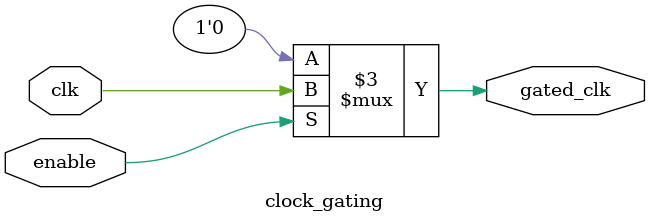
<source format=v>
`timescale 1ns / 1ps  

module clock_gating (
    input clk,         // Main clock
    input enable,      // Enable signal for clock gating
    output reg gated_clk // Gated clock output
);  
    always @(*) begin
        if (enable)
            gated_clk = clk;   // Allow clock signal
        else
            gated_clk = 0;     // Disable clock when idle
    end
endmodule
</source>
